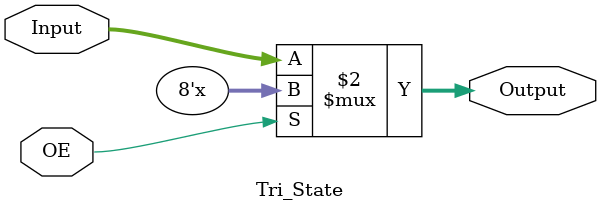
<source format=sv>
module Tri_State #(parameter WORD_LENGTH = 8)
(
  output wire [WORD_LENGTH-1:0]Output,
  input  wire [WORD_LENGTH-1:0]Input,
  input  wire OE
);
                   //Diagram sketch run by negative logic
  assign Output = (~OE) ? Input: {WORD_LENGTH{1'bZ}};
endmodule                        //ZZConcat n Z , 
                                //depending on wordlength  
</source>
